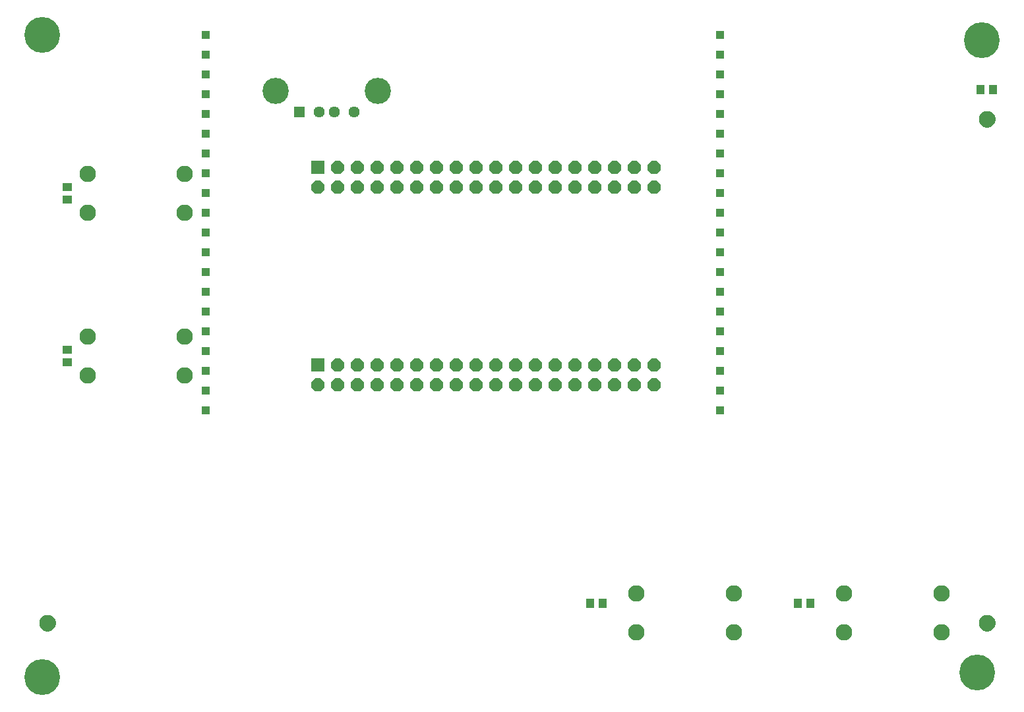
<source format=gbr>
G04 EAGLE Gerber RS-274X export*
G75*
%MOMM*%
%FSLAX34Y34*%
%LPD*%
%INSoldermask Top*%
%IPPOS*%
%AMOC8*
5,1,8,0,0,1.08239X$1,22.5*%
G01*
%ADD10R,1.440400X1.440400*%
%ADD11C,1.440400*%
%ADD12C,3.372400*%
%ADD13C,0.609600*%
%ADD14C,1.168400*%
%ADD15C,4.597400*%
%ADD16R,1.676400X1.676400*%
%ADD17P,1.814519X8X22.500000*%
%ADD18C,2.112400*%
%ADD19R,1.183641X1.102359*%
%ADD20R,1.102359X1.183641*%
%ADD21R,1.057200X1.057200*%


D10*
X361950Y758190D03*
D11*
X386950Y758190D03*
X406950Y758190D03*
X431950Y758190D03*
D12*
X331250Y785290D03*
X462650Y785290D03*
D13*
X30480Y101600D02*
X30482Y101787D01*
X30489Y101974D01*
X30501Y102161D01*
X30517Y102347D01*
X30537Y102533D01*
X30562Y102718D01*
X30592Y102903D01*
X30626Y103087D01*
X30665Y103270D01*
X30708Y103452D01*
X30756Y103632D01*
X30808Y103812D01*
X30865Y103990D01*
X30925Y104167D01*
X30991Y104342D01*
X31060Y104516D01*
X31134Y104688D01*
X31212Y104858D01*
X31294Y105026D01*
X31380Y105192D01*
X31470Y105356D01*
X31564Y105517D01*
X31662Y105677D01*
X31764Y105833D01*
X31870Y105988D01*
X31980Y106139D01*
X32093Y106288D01*
X32210Y106434D01*
X32330Y106577D01*
X32454Y106717D01*
X32581Y106854D01*
X32712Y106988D01*
X32846Y107119D01*
X32983Y107246D01*
X33123Y107370D01*
X33266Y107490D01*
X33412Y107607D01*
X33561Y107720D01*
X33712Y107830D01*
X33867Y107936D01*
X34023Y108038D01*
X34183Y108136D01*
X34344Y108230D01*
X34508Y108320D01*
X34674Y108406D01*
X34842Y108488D01*
X35012Y108566D01*
X35184Y108640D01*
X35358Y108709D01*
X35533Y108775D01*
X35710Y108835D01*
X35888Y108892D01*
X36068Y108944D01*
X36248Y108992D01*
X36430Y109035D01*
X36613Y109074D01*
X36797Y109108D01*
X36982Y109138D01*
X37167Y109163D01*
X37353Y109183D01*
X37539Y109199D01*
X37726Y109211D01*
X37913Y109218D01*
X38100Y109220D01*
X38287Y109218D01*
X38474Y109211D01*
X38661Y109199D01*
X38847Y109183D01*
X39033Y109163D01*
X39218Y109138D01*
X39403Y109108D01*
X39587Y109074D01*
X39770Y109035D01*
X39952Y108992D01*
X40132Y108944D01*
X40312Y108892D01*
X40490Y108835D01*
X40667Y108775D01*
X40842Y108709D01*
X41016Y108640D01*
X41188Y108566D01*
X41358Y108488D01*
X41526Y108406D01*
X41692Y108320D01*
X41856Y108230D01*
X42017Y108136D01*
X42177Y108038D01*
X42333Y107936D01*
X42488Y107830D01*
X42639Y107720D01*
X42788Y107607D01*
X42934Y107490D01*
X43077Y107370D01*
X43217Y107246D01*
X43354Y107119D01*
X43488Y106988D01*
X43619Y106854D01*
X43746Y106717D01*
X43870Y106577D01*
X43990Y106434D01*
X44107Y106288D01*
X44220Y106139D01*
X44330Y105988D01*
X44436Y105833D01*
X44538Y105677D01*
X44636Y105517D01*
X44730Y105356D01*
X44820Y105192D01*
X44906Y105026D01*
X44988Y104858D01*
X45066Y104688D01*
X45140Y104516D01*
X45209Y104342D01*
X45275Y104167D01*
X45335Y103990D01*
X45392Y103812D01*
X45444Y103632D01*
X45492Y103452D01*
X45535Y103270D01*
X45574Y103087D01*
X45608Y102903D01*
X45638Y102718D01*
X45663Y102533D01*
X45683Y102347D01*
X45699Y102161D01*
X45711Y101974D01*
X45718Y101787D01*
X45720Y101600D01*
X45718Y101413D01*
X45711Y101226D01*
X45699Y101039D01*
X45683Y100853D01*
X45663Y100667D01*
X45638Y100482D01*
X45608Y100297D01*
X45574Y100113D01*
X45535Y99930D01*
X45492Y99748D01*
X45444Y99568D01*
X45392Y99388D01*
X45335Y99210D01*
X45275Y99033D01*
X45209Y98858D01*
X45140Y98684D01*
X45066Y98512D01*
X44988Y98342D01*
X44906Y98174D01*
X44820Y98008D01*
X44730Y97844D01*
X44636Y97683D01*
X44538Y97523D01*
X44436Y97367D01*
X44330Y97212D01*
X44220Y97061D01*
X44107Y96912D01*
X43990Y96766D01*
X43870Y96623D01*
X43746Y96483D01*
X43619Y96346D01*
X43488Y96212D01*
X43354Y96081D01*
X43217Y95954D01*
X43077Y95830D01*
X42934Y95710D01*
X42788Y95593D01*
X42639Y95480D01*
X42488Y95370D01*
X42333Y95264D01*
X42177Y95162D01*
X42017Y95064D01*
X41856Y94970D01*
X41692Y94880D01*
X41526Y94794D01*
X41358Y94712D01*
X41188Y94634D01*
X41016Y94560D01*
X40842Y94491D01*
X40667Y94425D01*
X40490Y94365D01*
X40312Y94308D01*
X40132Y94256D01*
X39952Y94208D01*
X39770Y94165D01*
X39587Y94126D01*
X39403Y94092D01*
X39218Y94062D01*
X39033Y94037D01*
X38847Y94017D01*
X38661Y94001D01*
X38474Y93989D01*
X38287Y93982D01*
X38100Y93980D01*
X37913Y93982D01*
X37726Y93989D01*
X37539Y94001D01*
X37353Y94017D01*
X37167Y94037D01*
X36982Y94062D01*
X36797Y94092D01*
X36613Y94126D01*
X36430Y94165D01*
X36248Y94208D01*
X36068Y94256D01*
X35888Y94308D01*
X35710Y94365D01*
X35533Y94425D01*
X35358Y94491D01*
X35184Y94560D01*
X35012Y94634D01*
X34842Y94712D01*
X34674Y94794D01*
X34508Y94880D01*
X34344Y94970D01*
X34183Y95064D01*
X34023Y95162D01*
X33867Y95264D01*
X33712Y95370D01*
X33561Y95480D01*
X33412Y95593D01*
X33266Y95710D01*
X33123Y95830D01*
X32983Y95954D01*
X32846Y96081D01*
X32712Y96212D01*
X32581Y96346D01*
X32454Y96483D01*
X32330Y96623D01*
X32210Y96766D01*
X32093Y96912D01*
X31980Y97061D01*
X31870Y97212D01*
X31764Y97367D01*
X31662Y97523D01*
X31564Y97683D01*
X31470Y97844D01*
X31380Y98008D01*
X31294Y98174D01*
X31212Y98342D01*
X31134Y98512D01*
X31060Y98684D01*
X30991Y98858D01*
X30925Y99033D01*
X30865Y99210D01*
X30808Y99388D01*
X30756Y99568D01*
X30708Y99748D01*
X30665Y99930D01*
X30626Y100113D01*
X30592Y100297D01*
X30562Y100482D01*
X30537Y100667D01*
X30517Y100853D01*
X30501Y101039D01*
X30489Y101226D01*
X30482Y101413D01*
X30480Y101600D01*
D14*
X38100Y101600D03*
D13*
X1236980Y101600D02*
X1236982Y101787D01*
X1236989Y101974D01*
X1237001Y102161D01*
X1237017Y102347D01*
X1237037Y102533D01*
X1237062Y102718D01*
X1237092Y102903D01*
X1237126Y103087D01*
X1237165Y103270D01*
X1237208Y103452D01*
X1237256Y103632D01*
X1237308Y103812D01*
X1237365Y103990D01*
X1237425Y104167D01*
X1237491Y104342D01*
X1237560Y104516D01*
X1237634Y104688D01*
X1237712Y104858D01*
X1237794Y105026D01*
X1237880Y105192D01*
X1237970Y105356D01*
X1238064Y105517D01*
X1238162Y105677D01*
X1238264Y105833D01*
X1238370Y105988D01*
X1238480Y106139D01*
X1238593Y106288D01*
X1238710Y106434D01*
X1238830Y106577D01*
X1238954Y106717D01*
X1239081Y106854D01*
X1239212Y106988D01*
X1239346Y107119D01*
X1239483Y107246D01*
X1239623Y107370D01*
X1239766Y107490D01*
X1239912Y107607D01*
X1240061Y107720D01*
X1240212Y107830D01*
X1240367Y107936D01*
X1240523Y108038D01*
X1240683Y108136D01*
X1240844Y108230D01*
X1241008Y108320D01*
X1241174Y108406D01*
X1241342Y108488D01*
X1241512Y108566D01*
X1241684Y108640D01*
X1241858Y108709D01*
X1242033Y108775D01*
X1242210Y108835D01*
X1242388Y108892D01*
X1242568Y108944D01*
X1242748Y108992D01*
X1242930Y109035D01*
X1243113Y109074D01*
X1243297Y109108D01*
X1243482Y109138D01*
X1243667Y109163D01*
X1243853Y109183D01*
X1244039Y109199D01*
X1244226Y109211D01*
X1244413Y109218D01*
X1244600Y109220D01*
X1244787Y109218D01*
X1244974Y109211D01*
X1245161Y109199D01*
X1245347Y109183D01*
X1245533Y109163D01*
X1245718Y109138D01*
X1245903Y109108D01*
X1246087Y109074D01*
X1246270Y109035D01*
X1246452Y108992D01*
X1246632Y108944D01*
X1246812Y108892D01*
X1246990Y108835D01*
X1247167Y108775D01*
X1247342Y108709D01*
X1247516Y108640D01*
X1247688Y108566D01*
X1247858Y108488D01*
X1248026Y108406D01*
X1248192Y108320D01*
X1248356Y108230D01*
X1248517Y108136D01*
X1248677Y108038D01*
X1248833Y107936D01*
X1248988Y107830D01*
X1249139Y107720D01*
X1249288Y107607D01*
X1249434Y107490D01*
X1249577Y107370D01*
X1249717Y107246D01*
X1249854Y107119D01*
X1249988Y106988D01*
X1250119Y106854D01*
X1250246Y106717D01*
X1250370Y106577D01*
X1250490Y106434D01*
X1250607Y106288D01*
X1250720Y106139D01*
X1250830Y105988D01*
X1250936Y105833D01*
X1251038Y105677D01*
X1251136Y105517D01*
X1251230Y105356D01*
X1251320Y105192D01*
X1251406Y105026D01*
X1251488Y104858D01*
X1251566Y104688D01*
X1251640Y104516D01*
X1251709Y104342D01*
X1251775Y104167D01*
X1251835Y103990D01*
X1251892Y103812D01*
X1251944Y103632D01*
X1251992Y103452D01*
X1252035Y103270D01*
X1252074Y103087D01*
X1252108Y102903D01*
X1252138Y102718D01*
X1252163Y102533D01*
X1252183Y102347D01*
X1252199Y102161D01*
X1252211Y101974D01*
X1252218Y101787D01*
X1252220Y101600D01*
X1252218Y101413D01*
X1252211Y101226D01*
X1252199Y101039D01*
X1252183Y100853D01*
X1252163Y100667D01*
X1252138Y100482D01*
X1252108Y100297D01*
X1252074Y100113D01*
X1252035Y99930D01*
X1251992Y99748D01*
X1251944Y99568D01*
X1251892Y99388D01*
X1251835Y99210D01*
X1251775Y99033D01*
X1251709Y98858D01*
X1251640Y98684D01*
X1251566Y98512D01*
X1251488Y98342D01*
X1251406Y98174D01*
X1251320Y98008D01*
X1251230Y97844D01*
X1251136Y97683D01*
X1251038Y97523D01*
X1250936Y97367D01*
X1250830Y97212D01*
X1250720Y97061D01*
X1250607Y96912D01*
X1250490Y96766D01*
X1250370Y96623D01*
X1250246Y96483D01*
X1250119Y96346D01*
X1249988Y96212D01*
X1249854Y96081D01*
X1249717Y95954D01*
X1249577Y95830D01*
X1249434Y95710D01*
X1249288Y95593D01*
X1249139Y95480D01*
X1248988Y95370D01*
X1248833Y95264D01*
X1248677Y95162D01*
X1248517Y95064D01*
X1248356Y94970D01*
X1248192Y94880D01*
X1248026Y94794D01*
X1247858Y94712D01*
X1247688Y94634D01*
X1247516Y94560D01*
X1247342Y94491D01*
X1247167Y94425D01*
X1246990Y94365D01*
X1246812Y94308D01*
X1246632Y94256D01*
X1246452Y94208D01*
X1246270Y94165D01*
X1246087Y94126D01*
X1245903Y94092D01*
X1245718Y94062D01*
X1245533Y94037D01*
X1245347Y94017D01*
X1245161Y94001D01*
X1244974Y93989D01*
X1244787Y93982D01*
X1244600Y93980D01*
X1244413Y93982D01*
X1244226Y93989D01*
X1244039Y94001D01*
X1243853Y94017D01*
X1243667Y94037D01*
X1243482Y94062D01*
X1243297Y94092D01*
X1243113Y94126D01*
X1242930Y94165D01*
X1242748Y94208D01*
X1242568Y94256D01*
X1242388Y94308D01*
X1242210Y94365D01*
X1242033Y94425D01*
X1241858Y94491D01*
X1241684Y94560D01*
X1241512Y94634D01*
X1241342Y94712D01*
X1241174Y94794D01*
X1241008Y94880D01*
X1240844Y94970D01*
X1240683Y95064D01*
X1240523Y95162D01*
X1240367Y95264D01*
X1240212Y95370D01*
X1240061Y95480D01*
X1239912Y95593D01*
X1239766Y95710D01*
X1239623Y95830D01*
X1239483Y95954D01*
X1239346Y96081D01*
X1239212Y96212D01*
X1239081Y96346D01*
X1238954Y96483D01*
X1238830Y96623D01*
X1238710Y96766D01*
X1238593Y96912D01*
X1238480Y97061D01*
X1238370Y97212D01*
X1238264Y97367D01*
X1238162Y97523D01*
X1238064Y97683D01*
X1237970Y97844D01*
X1237880Y98008D01*
X1237794Y98174D01*
X1237712Y98342D01*
X1237634Y98512D01*
X1237560Y98684D01*
X1237491Y98858D01*
X1237425Y99033D01*
X1237365Y99210D01*
X1237308Y99388D01*
X1237256Y99568D01*
X1237208Y99748D01*
X1237165Y99930D01*
X1237126Y100113D01*
X1237092Y100297D01*
X1237062Y100482D01*
X1237037Y100667D01*
X1237017Y100853D01*
X1237001Y101039D01*
X1236989Y101226D01*
X1236982Y101413D01*
X1236980Y101600D01*
D14*
X1244600Y101600D03*
D13*
X1236980Y749300D02*
X1236982Y749487D01*
X1236989Y749674D01*
X1237001Y749861D01*
X1237017Y750047D01*
X1237037Y750233D01*
X1237062Y750418D01*
X1237092Y750603D01*
X1237126Y750787D01*
X1237165Y750970D01*
X1237208Y751152D01*
X1237256Y751332D01*
X1237308Y751512D01*
X1237365Y751690D01*
X1237425Y751867D01*
X1237491Y752042D01*
X1237560Y752216D01*
X1237634Y752388D01*
X1237712Y752558D01*
X1237794Y752726D01*
X1237880Y752892D01*
X1237970Y753056D01*
X1238064Y753217D01*
X1238162Y753377D01*
X1238264Y753533D01*
X1238370Y753688D01*
X1238480Y753839D01*
X1238593Y753988D01*
X1238710Y754134D01*
X1238830Y754277D01*
X1238954Y754417D01*
X1239081Y754554D01*
X1239212Y754688D01*
X1239346Y754819D01*
X1239483Y754946D01*
X1239623Y755070D01*
X1239766Y755190D01*
X1239912Y755307D01*
X1240061Y755420D01*
X1240212Y755530D01*
X1240367Y755636D01*
X1240523Y755738D01*
X1240683Y755836D01*
X1240844Y755930D01*
X1241008Y756020D01*
X1241174Y756106D01*
X1241342Y756188D01*
X1241512Y756266D01*
X1241684Y756340D01*
X1241858Y756409D01*
X1242033Y756475D01*
X1242210Y756535D01*
X1242388Y756592D01*
X1242568Y756644D01*
X1242748Y756692D01*
X1242930Y756735D01*
X1243113Y756774D01*
X1243297Y756808D01*
X1243482Y756838D01*
X1243667Y756863D01*
X1243853Y756883D01*
X1244039Y756899D01*
X1244226Y756911D01*
X1244413Y756918D01*
X1244600Y756920D01*
X1244787Y756918D01*
X1244974Y756911D01*
X1245161Y756899D01*
X1245347Y756883D01*
X1245533Y756863D01*
X1245718Y756838D01*
X1245903Y756808D01*
X1246087Y756774D01*
X1246270Y756735D01*
X1246452Y756692D01*
X1246632Y756644D01*
X1246812Y756592D01*
X1246990Y756535D01*
X1247167Y756475D01*
X1247342Y756409D01*
X1247516Y756340D01*
X1247688Y756266D01*
X1247858Y756188D01*
X1248026Y756106D01*
X1248192Y756020D01*
X1248356Y755930D01*
X1248517Y755836D01*
X1248677Y755738D01*
X1248833Y755636D01*
X1248988Y755530D01*
X1249139Y755420D01*
X1249288Y755307D01*
X1249434Y755190D01*
X1249577Y755070D01*
X1249717Y754946D01*
X1249854Y754819D01*
X1249988Y754688D01*
X1250119Y754554D01*
X1250246Y754417D01*
X1250370Y754277D01*
X1250490Y754134D01*
X1250607Y753988D01*
X1250720Y753839D01*
X1250830Y753688D01*
X1250936Y753533D01*
X1251038Y753377D01*
X1251136Y753217D01*
X1251230Y753056D01*
X1251320Y752892D01*
X1251406Y752726D01*
X1251488Y752558D01*
X1251566Y752388D01*
X1251640Y752216D01*
X1251709Y752042D01*
X1251775Y751867D01*
X1251835Y751690D01*
X1251892Y751512D01*
X1251944Y751332D01*
X1251992Y751152D01*
X1252035Y750970D01*
X1252074Y750787D01*
X1252108Y750603D01*
X1252138Y750418D01*
X1252163Y750233D01*
X1252183Y750047D01*
X1252199Y749861D01*
X1252211Y749674D01*
X1252218Y749487D01*
X1252220Y749300D01*
X1252218Y749113D01*
X1252211Y748926D01*
X1252199Y748739D01*
X1252183Y748553D01*
X1252163Y748367D01*
X1252138Y748182D01*
X1252108Y747997D01*
X1252074Y747813D01*
X1252035Y747630D01*
X1251992Y747448D01*
X1251944Y747268D01*
X1251892Y747088D01*
X1251835Y746910D01*
X1251775Y746733D01*
X1251709Y746558D01*
X1251640Y746384D01*
X1251566Y746212D01*
X1251488Y746042D01*
X1251406Y745874D01*
X1251320Y745708D01*
X1251230Y745544D01*
X1251136Y745383D01*
X1251038Y745223D01*
X1250936Y745067D01*
X1250830Y744912D01*
X1250720Y744761D01*
X1250607Y744612D01*
X1250490Y744466D01*
X1250370Y744323D01*
X1250246Y744183D01*
X1250119Y744046D01*
X1249988Y743912D01*
X1249854Y743781D01*
X1249717Y743654D01*
X1249577Y743530D01*
X1249434Y743410D01*
X1249288Y743293D01*
X1249139Y743180D01*
X1248988Y743070D01*
X1248833Y742964D01*
X1248677Y742862D01*
X1248517Y742764D01*
X1248356Y742670D01*
X1248192Y742580D01*
X1248026Y742494D01*
X1247858Y742412D01*
X1247688Y742334D01*
X1247516Y742260D01*
X1247342Y742191D01*
X1247167Y742125D01*
X1246990Y742065D01*
X1246812Y742008D01*
X1246632Y741956D01*
X1246452Y741908D01*
X1246270Y741865D01*
X1246087Y741826D01*
X1245903Y741792D01*
X1245718Y741762D01*
X1245533Y741737D01*
X1245347Y741717D01*
X1245161Y741701D01*
X1244974Y741689D01*
X1244787Y741682D01*
X1244600Y741680D01*
X1244413Y741682D01*
X1244226Y741689D01*
X1244039Y741701D01*
X1243853Y741717D01*
X1243667Y741737D01*
X1243482Y741762D01*
X1243297Y741792D01*
X1243113Y741826D01*
X1242930Y741865D01*
X1242748Y741908D01*
X1242568Y741956D01*
X1242388Y742008D01*
X1242210Y742065D01*
X1242033Y742125D01*
X1241858Y742191D01*
X1241684Y742260D01*
X1241512Y742334D01*
X1241342Y742412D01*
X1241174Y742494D01*
X1241008Y742580D01*
X1240844Y742670D01*
X1240683Y742764D01*
X1240523Y742862D01*
X1240367Y742964D01*
X1240212Y743070D01*
X1240061Y743180D01*
X1239912Y743293D01*
X1239766Y743410D01*
X1239623Y743530D01*
X1239483Y743654D01*
X1239346Y743781D01*
X1239212Y743912D01*
X1239081Y744046D01*
X1238954Y744183D01*
X1238830Y744323D01*
X1238710Y744466D01*
X1238593Y744612D01*
X1238480Y744761D01*
X1238370Y744912D01*
X1238264Y745067D01*
X1238162Y745223D01*
X1238064Y745383D01*
X1237970Y745544D01*
X1237880Y745708D01*
X1237794Y745874D01*
X1237712Y746042D01*
X1237634Y746212D01*
X1237560Y746384D01*
X1237491Y746558D01*
X1237425Y746733D01*
X1237365Y746910D01*
X1237308Y747088D01*
X1237256Y747268D01*
X1237208Y747448D01*
X1237165Y747630D01*
X1237126Y747813D01*
X1237092Y747997D01*
X1237062Y748182D01*
X1237037Y748367D01*
X1237017Y748553D01*
X1237001Y748739D01*
X1236989Y748926D01*
X1236982Y749113D01*
X1236980Y749300D01*
D14*
X1244600Y749300D03*
D15*
X31750Y857250D03*
D16*
X385490Y687330D03*
D17*
X385490Y661930D03*
X410890Y687330D03*
X410890Y661930D03*
X436290Y687330D03*
X436290Y661930D03*
X461690Y687330D03*
X461690Y661930D03*
X487090Y687330D03*
X487090Y661930D03*
X512490Y687330D03*
X512490Y661930D03*
X537890Y687330D03*
X537890Y661930D03*
X563290Y687330D03*
X563290Y661930D03*
X588690Y687330D03*
X588690Y661930D03*
X614090Y687330D03*
X614090Y661930D03*
X639490Y687330D03*
X639490Y661930D03*
X664890Y687330D03*
X664890Y661930D03*
X690290Y687330D03*
X690290Y661930D03*
X715690Y687330D03*
X715690Y661930D03*
X741090Y687330D03*
X741090Y661930D03*
X766490Y687330D03*
X766490Y661930D03*
X791890Y687330D03*
X791890Y661930D03*
X817290Y687330D03*
X817290Y661930D03*
D16*
X385490Y433330D03*
D17*
X385490Y407930D03*
X410890Y433330D03*
X410890Y407930D03*
X436290Y433330D03*
X436290Y407930D03*
X461690Y433330D03*
X461690Y407930D03*
X487090Y433330D03*
X487090Y407930D03*
X512490Y433330D03*
X512490Y407930D03*
X537890Y433330D03*
X537890Y407930D03*
X563290Y433330D03*
X563290Y407930D03*
X588690Y433330D03*
X588690Y407930D03*
X614090Y433330D03*
X614090Y407930D03*
X639490Y433330D03*
X639490Y407930D03*
X664890Y433330D03*
X664890Y407930D03*
X690290Y433330D03*
X690290Y407930D03*
X715690Y433330D03*
X715690Y407930D03*
X741090Y433330D03*
X741090Y407930D03*
X766490Y433330D03*
X766490Y407930D03*
X791890Y433330D03*
X791890Y407930D03*
X817290Y433330D03*
X817290Y407930D03*
D18*
X214900Y679050D03*
X214900Y629050D03*
X89900Y629050D03*
X89900Y679050D03*
D19*
X63500Y646049D03*
X63500Y662051D03*
D18*
X919750Y139300D03*
X919750Y89300D03*
X794750Y89300D03*
X794750Y139300D03*
X214900Y469500D03*
X214900Y419500D03*
X89900Y419500D03*
X89900Y469500D03*
X1186450Y139300D03*
X1186450Y89300D03*
X1061450Y89300D03*
X1061450Y139300D03*
D19*
X63500Y436499D03*
X63500Y452501D03*
D20*
X750951Y127000D03*
X734949Y127000D03*
X1017651Y127000D03*
X1001649Y127000D03*
D15*
X31750Y31750D03*
X1231900Y38100D03*
X1238250Y850900D03*
D20*
X1252601Y787400D03*
X1236599Y787400D03*
D21*
X241300Y857250D03*
X241300Y831850D03*
X241300Y806450D03*
X241300Y781050D03*
X241300Y755650D03*
X241300Y730250D03*
X241300Y704850D03*
X241300Y679450D03*
X241300Y654050D03*
X241300Y628650D03*
X241300Y603250D03*
X241300Y577850D03*
X241300Y552450D03*
X241300Y527050D03*
X241300Y501650D03*
X241300Y476250D03*
X241300Y450850D03*
X241300Y425450D03*
X241300Y400050D03*
X241300Y374650D03*
X901700Y857250D03*
X901700Y831850D03*
X901700Y806450D03*
X901700Y781050D03*
X901700Y755650D03*
X901700Y730250D03*
X901700Y704850D03*
X901700Y679450D03*
X901700Y654050D03*
X901700Y628650D03*
X901700Y603250D03*
X901700Y577850D03*
X901700Y552450D03*
X901700Y527050D03*
X901700Y501650D03*
X901700Y476250D03*
X901700Y450850D03*
X901700Y425450D03*
X901700Y400050D03*
X901700Y374650D03*
M02*

</source>
